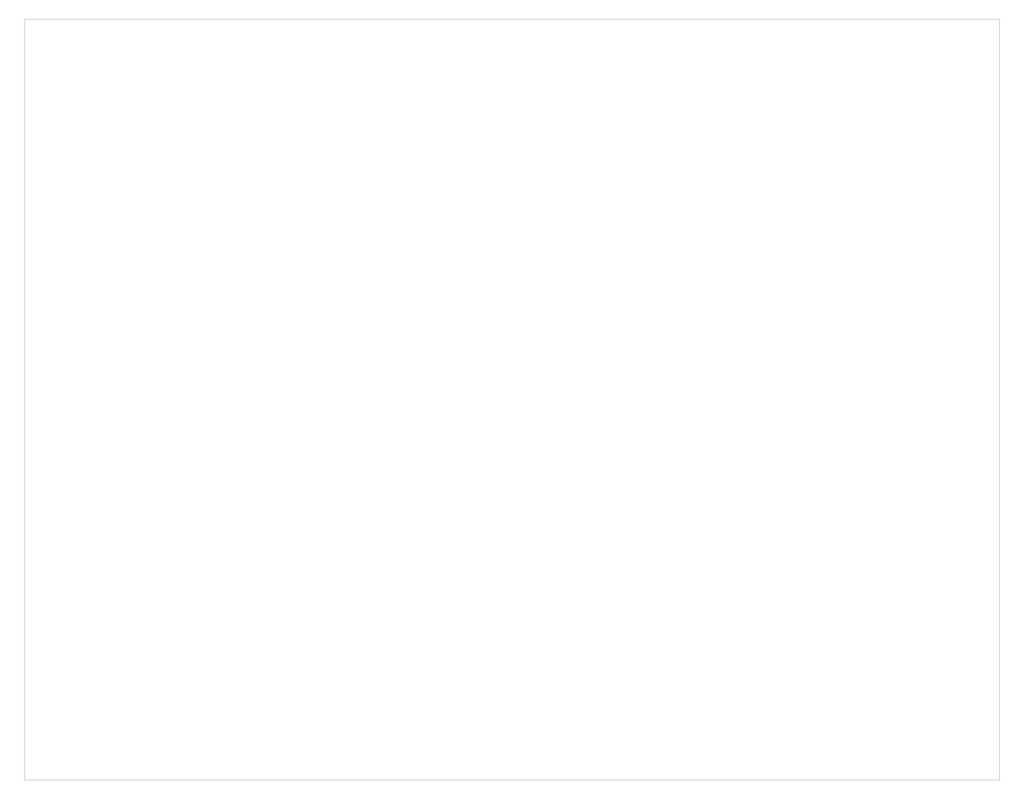
<source format=gbr>
%TF.GenerationSoftware,KiCad,Pcbnew,7.0.10-7.0.10~ubuntu22.04.1*%
%TF.CreationDate,2024-01-14T12:30:21+01:00*%
%TF.ProjectId,polykit-x-mainboard,706f6c79-6b69-4742-9d78-2d6d61696e62,v0.0.2*%
%TF.SameCoordinates,Original*%
%TF.FileFunction,Profile,NP*%
%FSLAX46Y46*%
G04 Gerber Fmt 4.6, Leading zero omitted, Abs format (unit mm)*
G04 Created by KiCad (PCBNEW 7.0.10-7.0.10~ubuntu22.04.1) date 2024-01-14 12:30:21*
%MOMM*%
%LPD*%
G01*
G04 APERTURE LIST*
%TA.AperFunction,Profile*%
%ADD10C,0.100000*%
%TD*%
G04 APERTURE END LIST*
D10*
X47500000Y-20000000D02*
X332500000Y-20000000D01*
X47500000Y-242500000D02*
X47500000Y-20000000D01*
X332500000Y-20000000D02*
X332500000Y-242500000D01*
X332500000Y-242500000D02*
X47500000Y-242500000D01*
M02*

</source>
